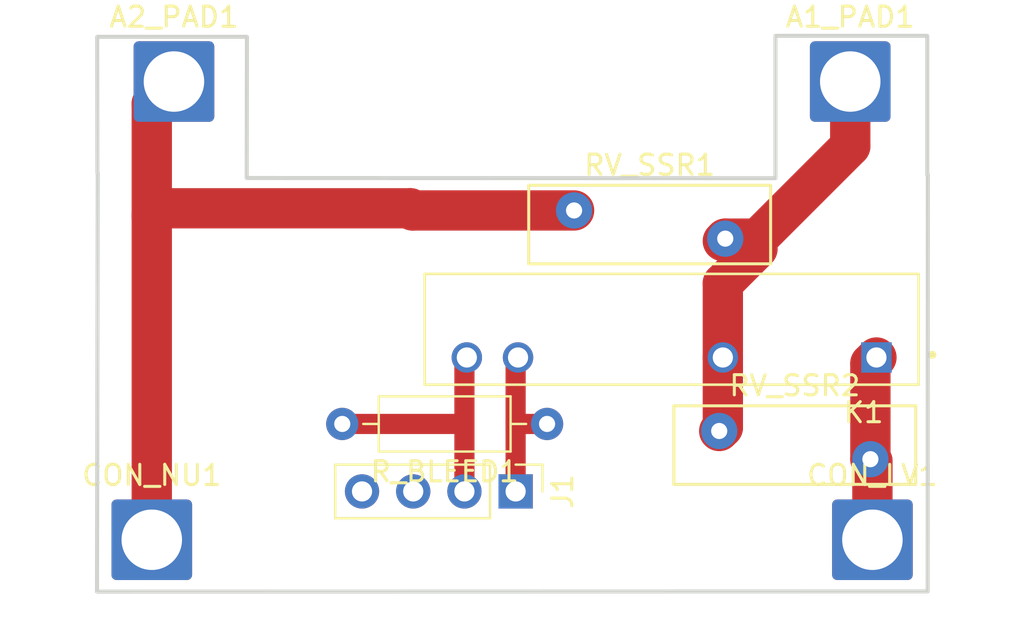
<source format=kicad_pcb>
(kicad_pcb (version 20240108) (generator "pcbnew") (generator_version "8.0")
  (layers (0 "F.Cu" signal) (31 "B.Cu" signal) (34 "B.Paste" user) (35 "F.Paste" user) (36 "B.SilkS" user "B.Silkscreen") (37 "F.SilkS" user "F.Silkscreen") (38 "B.Mask" user) (39 "F.Mask" user) (44 "Edge.Cuts" user))
  (net 0 "")
  (net 1 "Net-(A1_PAD1-Pin_1)")
  (net 2 "Net-(A2_PAD1-Pin_1)")
  (net 3 "Net-(CON_LV1-Pin_1)")
  (net 4 "+5V")
  (net 5 "Net-(J1-Pin_2)")
  (net 6 "GND")
  (footprint "Varistor:RV_Disc_D12mm_W3.9mm_P7.5mm" (layer "F.Cu") (at 31.158923 10.119737 180)
    (property "Reference" "RV_SSR1" (at 3.75 3.65 360) (layer "F.SilkS"))
    (property "Value" "Varistor")
    (fp_line (start 9.75 -1.25) (end 9.75 2.65) (stroke (width 0.15)) (layer "F.SilkS"))
    (fp_line (start -2.25 2.65) (end 9.75 2.65) (stroke (width 0.15)) (layer "F.SilkS"))
    (fp_line (start -2.25 -1.25) (end 9.75 -1.25) (stroke (width 0.15)) (layer "F.SilkS"))
    (fp_line (start -2.25 -1.25) (end -2.25 2.65) (stroke (width 0.15)) (layer "F.SilkS"))
    (pad "1" thru_hole circle (at 0 0 180) (size 1.8 1.8) (drill 0.8) (layers "*.Cu" "*.Mask") (net 1 "Net-(A1_PAD1-Pin_1)"))
    (pad "2" thru_hole circle (at 7.5 1.4 180) (size 1.8 1.8) (drill 0.8) (layers "*.Cu" "*.Mask") (net 2 "Net-(A2_PAD1-Pin_1)"))
  )
  (footprint "Resistor_THT:R_Axial_DIN0207_L6.3mm_D2.5mm_P10.16mm_Horizontal" (layer "F.Cu") (at 22.318923 19.319737 180)
    (property "Reference" "R_BLEED1" (at 5.08 -2.37 360) (layer "F.SilkS"))
    (property "Value" "1.2kR")
    (fp_line (start 9.12 0) (end 8.35 0) (stroke (width 0.12)) (layer "F.SilkS"))
    (fp_line (start 8.35 1.37) (end 8.35 -1.37) (stroke (width 0.12)) (layer "F.SilkS"))
    (fp_line (start 8.35 -1.37) (end 1.81 -1.37) (stroke (width 0.12)) (layer "F.SilkS"))
    (fp_line (start 1.81 1.37) (end 8.35 1.37) (stroke (width 0.12)) (layer "F.SilkS"))
    (fp_line (start 1.81 -1.37) (end 1.81 1.37) (stroke (width 0.12)) (layer "F.SilkS"))
    (fp_line (start 1.04 0) (end 1.81 0) (stroke (width 0.12)) (layer "F.SilkS"))
    (pad "1" thru_hole circle (at 0 0 180) (size 1.6 1.6) (drill 0.8) (layers "*.Cu" "*.Mask") (net 4 "+5V"))
    (pad "2" thru_hole oval (at 10.16 0 180) (size 1.6 1.6) (drill 0.8) (layers "*.Cu" "*.Mask") (net 5 "Net-(J1-Pin_2)"))
  )
  (footprint "Connector_Wire:SolderWire-2.5sqmm_1x01_D2.4mm_OD3.6mm" (layer "F.Cu") (at 38.458923 25.069737)
    (property "Reference" "CON_LV1" (at 0 -3.2 0) (layer "F.SilkS"))
    (property "Value" "Conn_01x01_Socket")
    (pad "1" thru_hole roundrect (at 0 0) (size 4 4) (drill 3) (layers "*.Cu" "*.Mask") (roundrect_rratio 0.0625) (net 3 "Net-(CON_LV1-Pin_1)"))
  )
  (footprint "Connector_Wire:SolderWire-2.5sqmm_1x01_D2.4mm_OD3.6mm" (layer "F.Cu") (at 37.358923 2.319737)
    (property "Reference" "A1_PAD1" (at 0 -3.2 0) (layer "F.SilkS"))
    (property "Value" "Conn_01x01_Socket")
    (pad "1" thru_hole roundrect (at 0 0) (size 4 4) (drill 3) (layers "*.Cu" "*.Mask") (roundrect_rratio 0.0625) (net 1 "Net-(A1_PAD1-Pin_1)"))
  )
  (footprint "G3MB_202P_DC5:RELAY_G3MB-202PDC5" (layer "F.Cu") (at 28.498923 14.619737 180)
    (property "Reference" "K1" (at -9.525 -4.135 360) (layer "F.SilkS"))
    (property "Value" "G3MB-202PDC5")
    (fp_line (start 12.25 2.75) (end 12.25 -2.75) (stroke (width 0.127)) (layer "F.SilkS"))
    (fp_line (start 12.25 -2.75) (end -12.25 -2.75) (stroke (width 0.127)) (layer "F.SilkS"))
    (fp_line (start -12.25 2.75) (end 12.25 2.75) (stroke (width 0.127)) (layer "F.SilkS"))
    (fp_line (start -12.25 -2.75) (end -12.25 2.75) (stroke (width 0.127)) (layer "F.SilkS"))
    (fp_circle (center -12.93 -1.27) (end -12.83 -1.27) (stroke (width 0.2)) (fill none) (layer "F.SilkS"))
    (pad "1" thru_hole rect (at -10.16 -1.4 180) (size 1.508 1.508) (drill 1) (layers "*.Cu" "*.Mask") (net 3 "Net-(CON_LV1-Pin_1)"))
    (pad "2" thru_hole circle (at -2.54 -1.4 180) (size 1.508 1.508) (drill 1) (layers "*.Cu" "*.Mask") (net 1 "Net-(A1_PAD1-Pin_1)"))
    (pad "3" thru_hole circle (at 7.62 -1.4 180) (size 1.508 1.508) (drill 1) (layers "*.Cu" "*.Mask") (net 4 "+5V"))
    (pad "4" thru_hole circle (at 10.16 -1.4 180) (size 1.508 1.508) (drill 1) (layers "*.Cu" "*.Mask") (net 5 "Net-(J1-Pin_2)"))
  )
  (footprint "Connector_PinHeader_2.54mm:PinHeader_1x04_P2.54mm_Vertical" (layer "F.Cu") (at 20.758923 22.669737 -90)
    (property "Reference" "J1" (at 0 -2.33 90) (layer "F.SilkS"))
    (property "Value" "Conn_01x04_Socket")
    (fp_line (start -1.33 8.95) (end 1.33 8.95) (stroke (width 0.12)) (layer "F.SilkS"))
    (fp_line (start -1.33 1.27) (end -1.33 8.95) (stroke (width 0.12)) (layer "F.SilkS"))
    (fp_line (start -1.33 1.27) (end 1.33 1.27) (stroke (width 0.12)) (layer "F.SilkS"))
    (fp_line (start 1.33 1.27) (end 1.33 8.95) (stroke (width 0.12)) (layer "F.SilkS"))
    (fp_line (start -1.33 0) (end -1.33 -1.33) (stroke (width 0.12)) (layer "F.SilkS"))
    (fp_line (start -1.33 -1.33) (end 0 -1.33) (stroke (width 0.12)) (layer "F.SilkS"))
    (pad "1" thru_hole rect (at 0 0 270) (size 1.7 1.7) (drill 1) (layers "*.Cu" "*.Mask") (net 4 "+5V"))
    (pad "2" thru_hole oval (at 0 2.54 270) (size 1.7 1.7) (drill 1) (layers "*.Cu" "*.Mask") (net 5 "Net-(J1-Pin_2)"))
    (pad "3" thru_hole oval (at 0 5.08 270) (size 1.7 1.7) (drill 1) (layers "*.Cu" "*.Mask"))
    (pad "4" thru_hole oval (at 0 7.62 270) (size 1.7 1.7) (drill 1) (layers "*.Cu" "*.Mask") (net 6 "GND"))
  )
  (footprint "Varistor:RV_Disc_D12mm_W3.9mm_P7.5mm" (layer "F.Cu") (at 38.358923 21.069737 180)
    (property "Reference" "RV_SSR2" (at 3.75 3.65 0) (layer "F.SilkS"))
    (property "Value" "Varistor")
    (fp_line (start 9.75 -1.25) (end 9.75 2.65) (stroke (width 0.15)) (layer "F.SilkS"))
    (fp_line (start -2.25 2.65) (end 9.75 2.65) (stroke (width 0.15)) (layer "F.SilkS"))
    (fp_line (start -2.25 -1.25) (end 9.75 -1.25) (stroke (width 0.15)) (layer "F.SilkS"))
    (fp_line (start -2.25 -1.25) (end -2.25 2.65) (stroke (width 0.15)) (layer "F.SilkS"))
    (pad "1" thru_hole circle (at 0 0 180) (size 1.8 1.8) (drill 0.8) (layers "*.Cu" "*.Mask") (net 3 "Net-(CON_LV1-Pin_1)"))
    (pad "2" thru_hole circle (at 7.5 1.4 180) (size 1.8 1.8) (drill 0.8) (layers "*.Cu" "*.Mask") (net 1 "Net-(A1_PAD1-Pin_1)"))
  )
  (footprint "Connector_Wire:SolderWire-2.5sqmm_1x01_D2.4mm_OD3.6mm" (layer "F.Cu") (at 3.808923 2.319737)
    (property "Reference" "A2_PAD1" (at 0 -3.2 0) (layer "F.SilkS"))
    (property "Value" "Conn_01x01_Socket")
    (pad "1" thru_hole roundrect (at 0 0) (size 4 4) (drill 3) (layers "*.Cu" "*.Mask") (roundrect_rratio 0.0625) (net 2 "Net-(A2_PAD1-Pin_1)"))
  )
  (footprint "Connector_Wire:SolderWire-2.5sqmm_1x01_D2.4mm_OD3.6mm" (layer "F.Cu") (at 2.708923 25.069737)
    (property "Reference" "CON_NU1" (at 0 -3.2 0) (layer "F.SilkS"))
    (property "Value" "Conn_01x01_Socket")
    (pad "1" thru_hole roundrect (at 0 0) (size 4 4) (drill 3) (layers "*.Cu" "*.Mask") (roundrect_rratio 0.0625) (net 2 "Net-(A2_PAD1-Pin_1)"))
  )
  (gr_poly (pts (xy -0.008155 27.643979) (xy 41.199823 27.633793) (xy 41.208923 6.919737) (xy 41.179117 6.918973) (xy 41.179117 0.05) (xy 33.649117 0.05) (xy 33.649117 7.118095) (xy 7.418186 7.109647) (xy 7.429566 0.1) (xy 0 0.1) (xy 0.010957 6.861062) (xy 0.028305 6.861641)) (stroke (width 0.2)) (fill none) (layer "Edge.Cuts"))
  (segment (start 37.358923 5.529892) (end 37.358923 2.019737) (width 2) (layer "F.Cu") (net 1))
  (segment (start 31.038923 10.239737) (end 31.158923 10.119737) (width 2) (layer "F.Cu") (net 1))
  (segment (start 31.038923 12.339737) (end 32.758923 10.619737) (width 2) (layer "F.Cu") (net 1))
  (segment (start 32.769078 10.119737) (end 37.358923 5.529892) (width 2) (layer "F.Cu") (net 1))
  (segment (start 31.038923 16.019737) (end 31.038923 12.339737) (width 2) (layer "F.Cu") (net 1))
  (segment (start 31.158923 10.119737) (end 32.769078 10.119737) (width 2) (layer "F.Cu") (net 1))
  (segment (start 31.038923 19.489737) (end 30.858923 19.669737) (width 2) (layer "F.Cu") (net 1))
  (segment (start 31.038923 16.019737) (end 31.038923 19.489737) (width 2) (layer "F.Cu") (net 1))
  (segment (start 15.644602 8.719737) (end 23.658923 8.719737) (width 2) (layer "F.Cu") (net 2))
  (segment (start 2.708923 3.419737) (end 3.808923 2.319737) (width 2) (layer "F.Cu") (net 2))
  (segment (start 3.066398 8.612262) (end 15.537127 8.612262) (width 2) (layer "F.Cu") (net 2))
  (segment (start 15.537127 8.612262) (end 15.644602 8.719737) (width 2) (layer "F.Cu") (net 2))
  (segment (start 2.708923 8.969737) (end 3.066398 8.612262) (width 2) (layer "F.Cu") (net 2))
  (segment (start 2.708923 8.969737) (end 2.708923 3.419737) (width 2) (layer "F.Cu") (net 2))
  (segment (start 2.708923 8.969737) (end 2.708923 25.069737) (width 2) (layer "F.Cu") (net 2))
  (segment (start 38.358923 21.069737) (end 38.358923 16.319737) (width 2) (layer "F.Cu") (net 3))
  (segment (start 38.458923 21.169737) (end 38.358923 21.069737) (width 2) (layer "F.Cu") (net 3))
  (segment (start 38.458923 25.319737) (end 38.458923 21.169737) (width 2) (layer "F.Cu") (net 3))
  (segment (start 38.358923 16.319737) (end 38.658923 16.019737) (width 2) (layer "F.Cu") (net 3))
  (segment (start 20.858923 19.319737) (end 20.758923 19.219737) (width 1) (layer "F.Cu") (net 4))
  (segment (start 20.758923 16.139737) (end 20.878923 16.019737) (width 1) (layer "F.Cu") (net 4))
  (segment (start 20.758923 22.669737) (end 20.758923 19.219737) (width 1) (layer "F.Cu") (net 4))
  (segment (start 22.318923 19.319737) (end 20.858923 19.319737) (width 1) (layer "F.Cu") (net 4))
  (segment (start 20.758923 19.219737) (end 20.758923 16.139737) (width 1) (layer "F.Cu") (net 4))
  (segment (start 18.218923 16.139737) (end 18.338923 16.019737) (width 1) (layer "F.Cu") (net 5))
  (segment (start 18.018923 19.319737) (end 18.218923 19.519737) (width 1) (layer "F.Cu") (net 5))
  (segment (start 18.218923 22.669737) (end 18.218923 19.519737) (width 1) (layer "F.Cu") (net 5))
  (segment (start 18.218923 19.519737) (end 18.218923 16.139737) (width 1) (layer "F.Cu") (net 5))
  (segment (start 12.158923 19.319737) (end 18.018923 19.319737) (width 1) (layer "F.Cu") (net 5))
)
</source>
